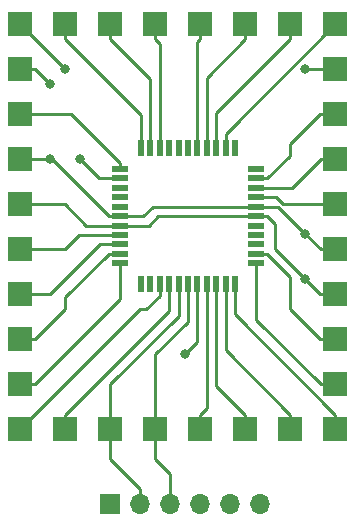
<source format=gbr>
G04 #@! TF.GenerationSoftware,KiCad,Pcbnew,(5.1.2)-2*
G04 #@! TF.CreationDate,2019-07-31T13:06:09-06:00*
G04 #@! TF.ProjectId,ps2plus,70733270-6c75-4732-9e6b-696361645f70,rev?*
G04 #@! TF.SameCoordinates,Original*
G04 #@! TF.FileFunction,Copper,L1,Top*
G04 #@! TF.FilePolarity,Positive*
%FSLAX46Y46*%
G04 Gerber Fmt 4.6, Leading zero omitted, Abs format (unit mm)*
G04 Created by KiCad (PCBNEW (5.1.2)-2) date 2019-07-31 13:06:09*
%MOMM*%
%LPD*%
G04 APERTURE LIST*
%ADD10O,1.700000X1.700000*%
%ADD11R,1.700000X1.700000*%
%ADD12R,2.000000X2.000000*%
%ADD13R,0.482600X1.473200*%
%ADD14R,1.473200X0.482600*%
%ADD15C,0.800000*%
%ADD16C,0.250000*%
G04 APERTURE END LIST*
D10*
X151130000Y-106680000D03*
X148590000Y-106680000D03*
X146050000Y-106680000D03*
X143510000Y-106680000D03*
X140970000Y-106680000D03*
D11*
X138430000Y-106680000D03*
D12*
X157480000Y-100330000D03*
D13*
X141018400Y-76545800D03*
X141805800Y-76545800D03*
X142618600Y-76545800D03*
X143406000Y-76545800D03*
X144218800Y-76545800D03*
X145006200Y-76545800D03*
X145793600Y-76545800D03*
X146606400Y-76545800D03*
X147393800Y-76545800D03*
X148206600Y-76545800D03*
X148994000Y-76545800D03*
D14*
X150746600Y-78298400D03*
X150746600Y-79085800D03*
X150746600Y-79898600D03*
X150746600Y-80686000D03*
X150746600Y-81498800D03*
X150746600Y-82286200D03*
X150746600Y-83073600D03*
X150746600Y-83886400D03*
X150746600Y-84673800D03*
X150746600Y-85486600D03*
X150746600Y-86274000D03*
D13*
X148994000Y-88026600D03*
X148206600Y-88026600D03*
X147393800Y-88026600D03*
X146606400Y-88026600D03*
X145793600Y-88026600D03*
X145006200Y-88026600D03*
X144218800Y-88026600D03*
X143406000Y-88026600D03*
X142618600Y-88026600D03*
X141805800Y-88026600D03*
X141018400Y-88026600D03*
D14*
X139265800Y-86274000D03*
X139265800Y-85486600D03*
X139265800Y-84673800D03*
X139265800Y-83886400D03*
X139265800Y-83073600D03*
X139265800Y-82286200D03*
X139265800Y-81498800D03*
X139265800Y-80686000D03*
X139265800Y-79898600D03*
X139265800Y-79085800D03*
X139265800Y-78298400D03*
D12*
X157480000Y-96520000D03*
X157480000Y-92710000D03*
X157480000Y-88900000D03*
X130810000Y-77470000D03*
X157480000Y-81280000D03*
X157480000Y-77470000D03*
X157480000Y-73660000D03*
X153670000Y-100330000D03*
X157480000Y-66040000D03*
X149860000Y-100330000D03*
X153670000Y-66040000D03*
X146050000Y-100330000D03*
X149860000Y-66040000D03*
X146050000Y-66040000D03*
X142240000Y-100330000D03*
X138430000Y-100330000D03*
X134620000Y-100330000D03*
X130810000Y-100330000D03*
X142240000Y-66040000D03*
X138430000Y-66040000D03*
X134620000Y-66040000D03*
X130810000Y-96520000D03*
X130810000Y-92710000D03*
X130810000Y-88900000D03*
X130810000Y-85090000D03*
X130810000Y-81280000D03*
X157480000Y-85090000D03*
X130810000Y-73660000D03*
X130810000Y-66040000D03*
X157480000Y-69850000D03*
X130810000Y-69850000D03*
D15*
X154940000Y-69850000D03*
X134620000Y-69850000D03*
X133350000Y-71120000D03*
X144780000Y-93980000D03*
X135890000Y-77470000D03*
X154940000Y-87630000D03*
X133350000Y-77470000D03*
X154950000Y-83810000D03*
D16*
X154940000Y-69850000D02*
X157480000Y-69850000D01*
X130810000Y-66040000D02*
X134620000Y-69850000D01*
X130810000Y-69850000D02*
X132080000Y-69850000D01*
X132080000Y-69850000D02*
X133350000Y-71120000D01*
X145793600Y-88026600D02*
X145793600Y-92966400D01*
X145793600Y-92966400D02*
X144780000Y-93980000D01*
X142240000Y-100330000D02*
X142240000Y-93980000D01*
X145006200Y-91213800D02*
X145006200Y-88026600D01*
X142240000Y-93980000D02*
X145006200Y-91213800D01*
X143510000Y-106680000D02*
X143510000Y-104140000D01*
X142240000Y-102870000D02*
X142240000Y-100330000D01*
X143510000Y-104140000D02*
X142240000Y-102870000D01*
X138430000Y-100330000D02*
X138430000Y-96520000D01*
X144218800Y-90731200D02*
X144218800Y-88026600D01*
X138430000Y-96520000D02*
X144218800Y-90731200D01*
X140970000Y-106680000D02*
X140970000Y-105410000D01*
X138430000Y-102870000D02*
X138430000Y-100330000D01*
X140970000Y-105410000D02*
X138430000Y-102870000D01*
X139265800Y-79085800D02*
X137505800Y-79085800D01*
X137505800Y-79085800D02*
X135890000Y-77470000D01*
X130810000Y-100330000D02*
X140970000Y-90170000D01*
X142618600Y-89013200D02*
X142618600Y-88026600D01*
X141461800Y-90170000D02*
X142618600Y-89013200D01*
X140970000Y-90170000D02*
X141461800Y-90170000D01*
X143406000Y-89013200D02*
X143406000Y-88026600D01*
X143406000Y-90294000D02*
X143406000Y-89013200D01*
X134620000Y-99080000D02*
X143406000Y-90294000D01*
X134620000Y-100330000D02*
X134620000Y-99080000D01*
X146606400Y-89013200D02*
X146606400Y-88026600D01*
X146606400Y-98523600D02*
X146606400Y-89013200D01*
X146050000Y-99080000D02*
X146606400Y-98523600D01*
X146050000Y-100330000D02*
X146050000Y-99080000D01*
X147393800Y-89013200D02*
X147393800Y-88026600D01*
X147393800Y-96613800D02*
X147393800Y-89013200D01*
X149860000Y-99080000D02*
X147393800Y-96613800D01*
X149860000Y-100330000D02*
X149860000Y-99080000D01*
X148206600Y-89013200D02*
X148206600Y-88026600D01*
X148206600Y-93616600D02*
X148206600Y-89013200D01*
X153670000Y-99080000D02*
X148206600Y-93616600D01*
X153670000Y-100330000D02*
X153670000Y-99080000D01*
X148994000Y-89013200D02*
X148994000Y-88026600D01*
X148994000Y-90594000D02*
X148994000Y-89013200D01*
X157480000Y-99080000D02*
X148994000Y-90594000D01*
X157480000Y-100330000D02*
X157480000Y-99080000D01*
X151733200Y-79898600D02*
X150746600Y-79898600D01*
X153801400Y-79898600D02*
X151733200Y-79898600D01*
X156230000Y-77470000D02*
X153801400Y-79898600D01*
X157480000Y-77470000D02*
X156230000Y-77470000D01*
X151733200Y-80686000D02*
X150746600Y-80686000D01*
X152462410Y-80686000D02*
X151733200Y-80686000D01*
X153056410Y-81280000D02*
X152462410Y-80686000D01*
X157480000Y-81280000D02*
X153056410Y-81280000D01*
X151733200Y-85486600D02*
X150746600Y-85486600D01*
X153670000Y-87423400D02*
X151733200Y-85486600D01*
X153670000Y-90170000D02*
X153670000Y-87423400D01*
X156210000Y-92710000D02*
X153670000Y-90170000D01*
X157480000Y-92710000D02*
X156210000Y-92710000D01*
X156230000Y-96520000D02*
X157480000Y-96520000D01*
X150746600Y-91036600D02*
X156230000Y-96520000D01*
X150746600Y-86274000D02*
X150746600Y-91036600D01*
X150746600Y-78298400D02*
X151241900Y-78298400D01*
X139265800Y-83073600D02*
X141716400Y-83073600D01*
X142503800Y-82286200D02*
X150746600Y-82286200D01*
X141716400Y-83073600D02*
X142503800Y-82286200D01*
X156210000Y-88900000D02*
X152400000Y-85090000D01*
X151733200Y-82286200D02*
X150746600Y-82286200D01*
X152400000Y-82953000D02*
X151733200Y-82286200D01*
X152400000Y-85090000D02*
X152400000Y-82953000D01*
X139265800Y-83073600D02*
X136413600Y-83073600D01*
X134620000Y-81280000D02*
X130810000Y-81280000D01*
X136413600Y-83073600D02*
X134620000Y-81280000D01*
X156210000Y-88900000D02*
X157480000Y-88900000D01*
X154940000Y-87630000D02*
X156210000Y-88900000D01*
X139265800Y-82286200D02*
X141233800Y-82286200D01*
X142021200Y-81498800D02*
X150746600Y-81498800D01*
X141233800Y-82286200D02*
X142021200Y-81498800D01*
X151733200Y-81498800D02*
X150746600Y-81498800D01*
X152638800Y-81498800D02*
X151733200Y-81498800D01*
X156230000Y-85090000D02*
X154950000Y-83810000D01*
X157480000Y-85090000D02*
X156230000Y-85090000D01*
X138279200Y-82286200D02*
X133463000Y-77470000D01*
X139265800Y-82286200D02*
X138279200Y-82286200D01*
X133463000Y-77470000D02*
X133350000Y-77470000D01*
X133350000Y-77470000D02*
X130810000Y-77470000D01*
X154950000Y-83810000D02*
X152638800Y-81498800D01*
X146606400Y-75559200D02*
X146606400Y-76545800D01*
X146606400Y-70543600D02*
X146606400Y-75559200D01*
X149860000Y-67290000D02*
X146606400Y-70543600D01*
X149860000Y-66040000D02*
X149860000Y-67290000D01*
X139265800Y-83886400D02*
X135823600Y-83886400D01*
X134620000Y-85090000D02*
X130810000Y-85090000D01*
X135823600Y-83886400D02*
X134620000Y-85090000D01*
X139265800Y-84673800D02*
X137576200Y-84673800D01*
X137576200Y-84673800D02*
X133350000Y-88900000D01*
X133350000Y-88900000D02*
X130810000Y-88900000D01*
X138279200Y-85486600D02*
X134620000Y-89145800D01*
X139265800Y-85486600D02*
X138279200Y-85486600D01*
X132060000Y-92710000D02*
X130810000Y-92710000D01*
X134620000Y-90150000D02*
X132060000Y-92710000D01*
X134620000Y-89145800D02*
X134620000Y-90150000D01*
X132060000Y-96520000D02*
X130810000Y-96520000D01*
X139265800Y-89314200D02*
X132060000Y-96520000D01*
X139265800Y-86274000D02*
X139265800Y-89314200D01*
X147393800Y-75559200D02*
X147393800Y-76545800D01*
X147393800Y-73566200D02*
X147393800Y-75559200D01*
X153670000Y-67290000D02*
X147393800Y-73566200D01*
X153670000Y-66040000D02*
X153670000Y-67290000D01*
X157480000Y-73660000D02*
X156210000Y-73660000D01*
X156210000Y-73660000D02*
X153670000Y-76200000D01*
X151733200Y-79085800D02*
X150746600Y-79085800D01*
X153670000Y-77149000D02*
X151733200Y-79085800D01*
X153670000Y-76200000D02*
X153670000Y-77149000D01*
X148206600Y-75313400D02*
X148206600Y-76545800D01*
X157480000Y-66040000D02*
X148206600Y-75313400D01*
X141805800Y-75559200D02*
X141805800Y-76545800D01*
X141805800Y-70665800D02*
X141805800Y-75559200D01*
X138430000Y-67290000D02*
X141805800Y-70665800D01*
X138430000Y-66040000D02*
X138430000Y-67290000D01*
X142618600Y-75559200D02*
X142618600Y-76545800D01*
X142618600Y-67668600D02*
X142618600Y-75559200D01*
X142240000Y-67290000D02*
X142618600Y-67668600D01*
X142240000Y-66040000D02*
X142240000Y-67290000D01*
X145793600Y-75559200D02*
X145793600Y-76545800D01*
X145793600Y-67546400D02*
X145793600Y-75559200D01*
X146050000Y-67290000D02*
X145793600Y-67546400D01*
X146050000Y-66040000D02*
X146050000Y-67290000D01*
X141018400Y-73708400D02*
X141018400Y-76545800D01*
X134620000Y-66040000D02*
X134620000Y-67310000D01*
X134620000Y-67310000D02*
X141018400Y-73708400D01*
X132060000Y-73660000D02*
X130810000Y-73660000D01*
X135118700Y-73660000D02*
X132060000Y-73660000D01*
X139265800Y-77807100D02*
X135118700Y-73660000D01*
X139265800Y-78298400D02*
X139265800Y-77807100D01*
M02*

</source>
